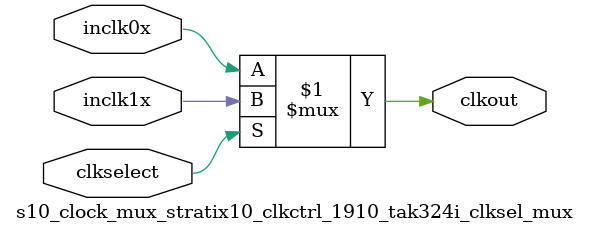
<source format=v>


`timescale 1 ps / 1 ps
// synopsys translate_on
module  s10_clock_mux_stratix10_clkctrl_1910_tak324i  (
    inclk0x,
    inclk1x,
    clkselect,
    outclk
);

input inclk0x;
input inclk1x;
input clkselect;
output outclk;

wire inclk_muxout;

s10_clock_mux_stratix10_clkctrl_1910_tak324i_clksel_mux clksel_inst (
    .inclk0x(inclk0x),
    .inclk1x(inclk1x),
    .clkselect(clkselect),
    .clkout(inclk_muxout)
); 
GLOBAL global_inst(.in(inclk_muxout), .out(outclk));

endmodule

module s10_clock_mux_stratix10_clkctrl_1910_tak324i_clksel_mux (
    input inclk0x,
    input inclk1x,
    input clkselect,
    output clkout
);

assign clkout = clkselect ? inclk1x : inclk0x;

endmodule



</source>
